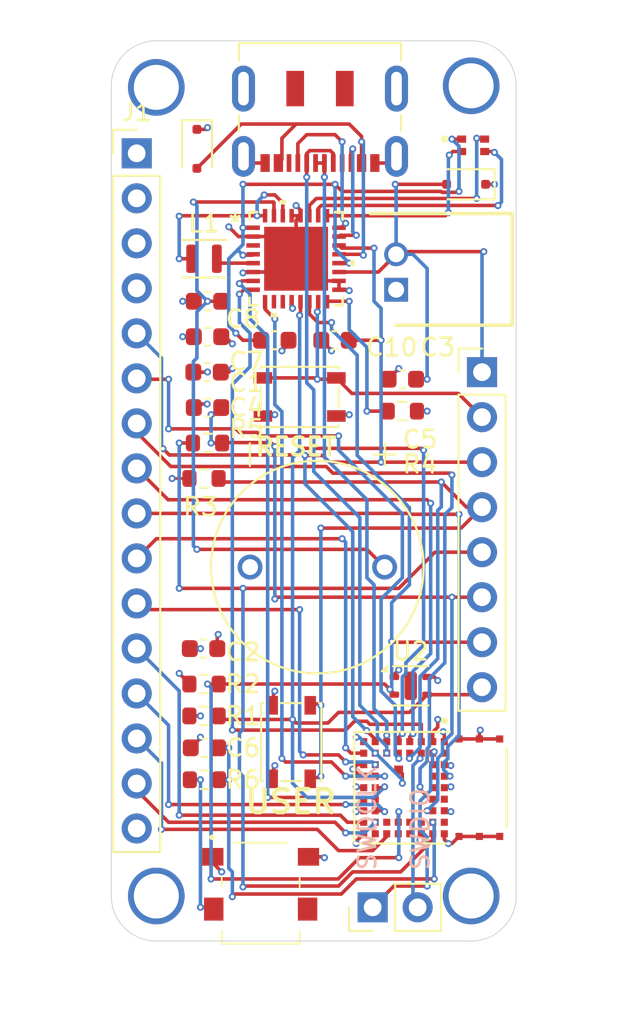
<source format=kicad_pcb>
(kicad_pcb (version 20240108) (generator "pcbnew") (generator_version "8.0")
  (layers (0 "F.Cu" signal) (1 "In1.Cu" signal) (2 "In2.Cu" signal) (31 "B.Cu" signal) (34 "B.Paste" user) (35 "F.Paste" user) (36 "B.SilkS" user "B.Silkscreen") (37 "F.SilkS" user "F.Silkscreen") (38 "B.Mask" user) (39 "F.Mask" user) (44 "Edge.Cuts" user))
  (net 0 "")
  (net 1 "/VTH")
  (net 2 "/RX")
  (net 3 "/MISO")
  (net 4 "/MOSI")
  (net 5 "/SCK")
  (net 6 "/IO17")
  (net 7 "/IO14")
  (net 8 "/IO25")
  (net 9 "/IO15")
  (net 10 "/IO16")
  (net 11 "/IO24")
  (net 12 "/SCL")
  (net 13 "/SDA")
  (net 14 "GND")
  (net 15 "3V3")
  (net 16 "VBUSOUT")
  (net 17 "/TX")
  (net 18 "/Door_IRQ")
  (net 19 "/LSOUT2")
  (net 20 "VSYS")
  (net 21 "VBUSIN")
  (net 22 "/D-")
  (net 23 "/D+")
  (net 24 "/CC2")
  (net 26 "/CC1")
  (net 28 "VBAT")
  (net 29 "/SWDCLK")
  (net 30 "/SWDIO")
  (net 31 "Net-(U4-SW2)")
  (net 32 "/LED1")
  (net 33 "/LED2")
  (net 34 "/LED0")
  (net 35 "Net-(U4-VSET2)")
  (net 36 "/VDD_TH")
  (net 37 "/SHPHLD")
  (net 39 "/GPIO0")
  (net 41 "Net-(SW1-B)")
  (net 48 "/GPIO1")
  (net 52 "/USER_BTN")
  (net 54 "/GPIO2")
  (footprint "Capacitor_SMD:C_0603_1608Metric" (layer "F.Cu") (at 137 96.8 180)
    (property "Reference" "C7")
    (property "Value" "0.1uF")
  )
  (footprint "Resistor_SMD:R_0603_1608Metric" (layer "F.Cu") (at 148 101)
    (property "Reference" "R4")
    (property "Value" "330K")
  )
  (footprint "Resistor_SMD:R_0603_1608Metric" (layer "F.Cu") (at 137 102.8)
    (property "Reference" "R5")
    (property "Value" "20K")
  )
  (footprint "ul_APHF1608LSEEQBDZGKC:APHF_KNB" (layer "F.Cu") (at 152 86)
    (property "Reference" "LED1" (hide yes))
    (property "Value" "APHF1608LSEEQBDZGKC")
  )
  (footprint "CL-DA-1BB4-A2T:CLDA1BB4A2T" (layer "F.Cu") (at 140 128.2 90)
    (property "Reference" "SW1" (hide yes))
    (property "Value" "SW_Push_SPDT" (hide yes))
  )
  (footprint "453-00059R:XCVR_453-00059R" (layer "F.Cu") (at 149.59 122.25 -90)
    (property "Reference" "U3" (hide yes))
    (property "Value" "453-00059R")
  )
  (footprint "Sensor_Humidity:Sensirion_DFN-4-1EP_2x2mm_P1mm_EP0.7x1.6mm" (layer "F.Cu") (at 148.475 116.5)
    (property "Reference" "U2")
    (property "Value" "SHTC3")
  )
  (footprint "Capacitor_SMD:C_0603_1608Metric" (layer "F.Cu") (at 137 100.8 180)
    (property "Reference" "C4")
    (property "Value" "100nF")
  )
  (footprint "Button_Switch_SMD:SW_SPST_PTS810" (layer "F.Cu") (at 141.725 119.675 90)
    (property "Reference" "SW3" (hide yes))
    (property "Value" "SW_Push")
  )
  (footprint "AI-1223-TWT-3V-2-R:XDCR_AI-1223-TWT-3V-2-R" (layer "F.Cu") (at 143.2 109.8 -90)
    (property "Reference" "LS1" (hide yes))
    (property "Value" "AI-1223-TWT-3V-2-R")
  )
  (footprint "Capacitor_SMD:C_0603_1608Metric" (layer "F.Cu") (at 136.825 120 180)
    (property "Reference" "C6")
    (property "Value" "100nF")
  )
  (footprint "ul_NPM1300-QEAA-R7:QFN32_5X5_NOR" (layer "F.Cu") (at 142 92.4)
    (property "Reference" "U4" (hide yes))
    (property "Value" "NPM1300-QEAA-R7")
  )
  (footprint "Diode_SMD:D_SOD-323F" (layer "F.Cu") (at 136.4 86.2 -90)
    (property "Reference" "D1" (hide yes))
    (property "Value" "D_TVS")
  )
  (footprint "Connector_PinHeader_2.54mm:PinHeader_1x16_P2.54mm_Vertical" (layer "F.Cu") (at 133 86.4511)
    (property "Reference" "J1")
    (property "Value" "Conn_01x16_Female")
  )
  (footprint "Capacitor_SMD:C_0603_1608Metric" (layer "F.Cu") (at 140.8 97)
    (property "Reference" "C10")
    (property "Value" "10uF")
  )
  (footprint "Diode_SMD:D_SOD-323F" (layer "F.Cu") (at 151.6 88.2 180)
    (property "Reference" "D2" (hide yes))
    (property "Value" "D_TVS")
  )
  (footprint "Capacitor_SMD:C_0603_1608Metric" (layer "F.Cu") (at 136.975 98.8 180)
    (property "Reference" "C1")
    (property "Value" "10uF")
  )
  (footprint "Capacitor_SMD:C_0603_1608Metric" (layer "F.Cu") (at 144.2 97 180)
    (property "Reference" "C3")
    (property "Value" "1uF")
  )
  (footprint "Capacitor_SMD:C_0603_1608Metric" (layer "F.Cu") (at 136.775 114.4)
    (property "Reference" "C2")
    (property "Value" "100nF")
  )
  (footprint "Capacitor_SMD:C_0603_1608Metric" (layer "F.Cu") (at 137 94.8 180)
    (property "Reference" "C8")
    (property "Value" "1uF")
  )
  (footprint "Resistor_SMD:R_0603_1608Metric" (layer "F.Cu") (at 136.8 116.4)
    (property "Reference" "R2")
    (property "Value" "10K")
  )
  (footprint "Capacitor_SMD:C_0603_1608Metric" (layer "F.Cu") (at 148 99.2 180)
    (property "Reference" "C5")
    (property "Value" "2.2uF")
  )
  (footprint "Resistor_SMD:R_0603_1608Metric" (layer "F.Cu") (at 136.8 104.8)
    (property "Reference" "R3")
    (property "Value" "10K")
  )
  (footprint "Button_Switch_SMD:SW_SPST_PTS810" (layer "F.Cu") (at 142.2 100.2 180)
    (property "Reference" "SW2" (hide yes))
    (property "Value" "SW_Push")
  )
  (footprint "Connector_USB:USB_C_Receptacle_JAE_DX07S016JA1R1500" (layer "F.Cu") (at 143.35 83.95 180)
    (property "Reference" "J2" (hide yes))
    (property "Value" "USB_C_Receptacle_USB2.0_16P")
  )
  (footprint "Inductor_SMD:L_Murata_DFE201610P" (layer "F.Cu") (at 136.8 92.4)
    (property "Reference" "L1")
    (property "Value" "2.2uH")
  )
  (footprint "Connector_PinHeader_2.54mm:PinHeader_1x08_P2.54mm_Vertical" (layer "F.Cu") (at 152.5 98.8)
    (property "Reference" "J6" (hide yes))
    (property "Value" "Conn_01x08_Pin")
  )
  (footprint "Connector_PinHeader_2.54mm:PinHeader_1x02_P2.54mm_Vertical" (layer "F.Cu") (at 146.325 129 90)
    (property "Reference" "J5" (hide yes))
    (property "Value" "Conn_01x02_Pin")
  )
  (footprint "jst:SHDRRA2W50P0X200_1X2_600X770X525P" (layer "F.Cu") (at 147.65 94.15 -90)
    (property "Reference" "J3" (hide yes))
    (property "Value" "440055-2" (hide yes))
  )
  (footprint "Resistor_SMD:R_0603_1608Metric" (layer "F.Cu") (at 136.825 121.8)
    (property "Reference" "R6")
    (property "Value" "200k")
  )
  (footprint "Resistor_SMD:R_0603_1608Metric" (layer "F.Cu") (at 136.8 118.2)
    (property "Reference" "R1")
    (property "Value" "10K")
  )
  (gr_arc (start 154.4264 128.3611) (mid 153.682451 130.157151) (end 151.8864 130.9011) (stroke (width 0.05)) (layer "Edge.Cuts"))
  (gr_line (start 154.4264 82.6411) (end 154.4264 128.3611) (stroke (width 0.05)) (layer "Edge.Cuts"))
  (gr_line (start 134.1064 80.1011) (end 151.8864 80.1011) (stroke (width 0.05)) (layer "Edge.Cuts"))
  (gr_line (start 151.8864 130.9011) (end 134.1064 130.9011) (stroke (width 0.05)) (layer "Edge.Cuts"))
  (gr_arc (start 151.8864 80.1011) (mid 153.682451 80.845049) (end 154.4264 82.6411) (stroke (width 0.05)) (layer "Edge.Cuts"))
  (gr_arc (start 134.1064 130.9011) (mid 132.310349 130.157151) (end 131.5664 128.3611) (stroke (width 0.05)) (layer "Edge.Cuts"))
  (gr_arc (start 131.5664 82.6411) (mid 132.310349 80.845049) (end 134.1064 80.1011) (stroke (width 0.05)) (layer "Edge.Cuts"))
  (gr_line (start 131.5664 128.3611) (end 131.5664 82.6411) (stroke (width 0.05)) (layer "Edge.Cuts"))
  (gr_text "SWDCLK" (at 146.6 127 90) (layer "B.SilkS") (effects (font (size 1 1)) (justify left bottom)))
  (gr_text "SWDIO" (at 149.6 127 90) (layer "B.SilkS") (effects (font (size 1 1)) (justify left bottom)))
  (gr_text "RESET" (at 139.6 103.6 0) (layer "F.SilkS") (effects (font (size 1 1) (thickness 0.2) (bold yes)) (justify left bottom)))
  (gr_text "USER" (at 139 123.8 0) (layer "F.SilkS") (effects (font (size 1.3 1.3) (thickness 0.25) (bold yes)) (justify left bottom)))
  (via (at 134.1064 128.3611) (size 3.2) (drill 2.54) (layers "F.Cu" "B.Cu") (net 0))
  (via (at 151.8864 128.3611) (size 3.2) (drill 2.54) (layers "F.Cu" "B.Cu") (net 0))
  (via (at 134.1064 82.73) (size 3.2) (drill 2.54) (layers "F.Cu" "B.Cu") (net 0))
  (via (at 151.8864 82.6411) (size 3.2) (drill 2.54) (layers "F.Cu" "B.Cu") (net 0))
  (segment (start 137.375 101.2) (end 137.775 100.8) (width 0.2) (layer "F.Cu") (net 1))
  (segment (start 138 102.775) (end 137.825 102.6) (width 0.2) (layer "F.Cu") (net 1))
  (segment (start 137.825 100.85) (end 137.775 100.8) (width 0.2) (layer "F.Cu") (net 1))
  (segment (start 140.9 111.5) (end 140.8 111.6) (width 0.2) (layer "F.Cu") (net 1))
  (segment (start 137.2 102.8) (end 137.825 102.8) (width 0.2) (layer "F.Cu") (net 1))
  (segment (start 140.8 103) (end 140.575 102.775) (width 0.2) (layer "F.Cu") (net 1))
  (segment (start 152.5 111.5) (end 140.9 111.5) (width 0.2) (layer "F.Cu") (net 1))
  (segment (start 137.2 101.2) (end 137.375 101.2) (width 0.2) (layer "F.Cu") (net 1))
  (segment (start 140.575 102.775) (end 138 102.775) (width 0.2) (layer "F.Cu") (net 1))
  (segment (start 149.4 123.55) (end 149.72 123.55) (width 0.2) (layer "F.Cu") (net 1))
  (via (at 150.8 111.5) (size 0.4) (drill 0.2) (layers "F.Cu" "B.Cu") (net 1))
  (via (at 140.8 111.6) (size 0.4) (drill 0.2) (layers "F.Cu" "B.Cu") (net 1))
  (via (at 149.4 123.55) (size 0.4) (drill 0.2) (layers "F.Cu" "B.Cu") (net 1))
  (via (at 140.8 103) (size 0.4) (drill 0.2) (layers "F.Cu" "B.Cu") (net 1))
  (via (at 137.2 102.8) (size 0.4) (drill 0.2) (layers "F.Cu" "B.Cu") (net 1))
  (via (at 137.2 101.2) (size 0.4) (drill 0.2) (layers "F.Cu" "B.Cu") (net 1))
  (segment (start 150.8 111.5) (end 150.8 119.2) (width 0.2) (layer "B.Cu") (net 1))
  (segment (start 150.269998 120.315688) (end 150 120.585686) (width 0.2) (layer "B.Cu") (net 1))
  (segment (start 140.8 111.6) (end 140.8 103) (width 0.2) (layer "B.Cu") (net 1))
  (segment (start 137.2 101.2) (end 137.2 102.8) (width 0.2) (layer "B.Cu") (net 1))
  (segment (start 150.8 119.2) (end 150.269998 119.730002) (width 0.2) (layer "B.Cu") (net 1))
  (segment (start 150 122.95) (end 149.4 123.55) (width 0.2) (layer "B.Cu") (net 1))
  (segment (start 150 120.585686) (end 150 122.95) (width 0.2) (layer "B.Cu") (net 1))
  (segment (start 150.269998 119.730002) (end 150.269998 120.315688) (width 0.2) (layer "B.Cu") (net 1))
  (segment (start 146.32 125.8) (end 147.12 125) (width 0.2) (layer "F.Cu") (net 2))
  (segment (start 144.4 125.8) (end 146.32 125.8) (width 0.2) (layer "F.Cu") (net 2))
  (segment (start 147.12 125) (end 147.12 124.85) (width 0.2) (layer "F.Cu") (net 2))
  (segment (start 143.2 124.6) (end 144.4 125.8) (width 0.2) (layer "F.Cu") (net 2))
  (segment (start 134.4 124.6) (end 143.2 124.6) (width 0.2) (layer "F.Cu") (net 2))
  (via (at 134.4 124.6) (size 0.4) (drill 0.2) (layers "F.Cu" "B.Cu") (net 2))
  (segment (start 134.4 120.8711) (end 133 119.4711) (width 0.2) (layer "B.Cu") (net 2))
  (segment (start 134.4 124.6) (end 134.4 120.8711) (width 0.2) (layer "B.Cu") (net 2))
  (segment (start 144.8 123.2) (end 134.8 123.2) (width 0.2) (layer "F.Cu") (net 3))
  (segment (start 147 123.6) (end 146.95 123.55) (width 0.2) (layer "F.Cu") (net 3))
  (segment (start 146.95 123.55) (end 146.47 123.55) (width 0.2) (layer "F.Cu") (net 3))
  (via (at 147 123.6) (size 0.4) (drill 0.2) (layers "F.Cu" "B.Cu") (net 3))
  (via (at 134.8 123.2) (size 0.4) (drill 0.2) (layers "F.Cu" "B.Cu") (net 3))
  (via (at 144.8 123.2) (size 0.4) (drill 0.2) (layers "F.Cu" "B.Cu") (net 3))
  (segment (start 146.6 123.2) (end 147 123.6) (width 0.2) (layer "B.Cu") (net 3))
  (segment (start 144.8 123.2) (end 146.6 123.2) (width 0.2) (layer "B.Cu") (net 3))
  (segment (start 134.8 123.2) (end 134.8 118.7311) (width 0.2) (layer "B.Cu") (net 3))
  (segment (start 134.8 118.7311) (end 133 116.9311) (width 0.2) (layer "B.Cu") (net 3))
  (segment (start 145.82 124.2) (end 145.4 124.2) (width 0.2) (layer "F.Cu") (net 4))
  (segment (start 144.5 123.8) (end 144.9 124.2) (width 0.2) (layer "F.Cu") (net 4))
  (segment (start 135.4 123.8) (end 144.5 123.8) (width 0.2) (layer "F.Cu") (net 4))
  (segment (start 144.9 124.2) (end 145.4 124.2) (width 0.2) (layer "F.Cu") (net 4))
  (via (at 135.4 123.8) (size 0.4) (drill 0.2) (layers "F.Cu" "B.Cu") (net 4))
  (segment (start 135.4 116.7911) (end 135.4 123.8) (width 0.2) (layer "B.Cu") (net 4))
  (segment (start 133 114.3911) (end 135.4 116.7911) (width 0.2) (layer "B.Cu") (net 4))
  (segment (start 142.4 120.4) (end 144.4 120.4) (width 0.2) (layer "F.Cu") (net 5))
  (segment (start 144.4 120.4) (end 144.8 120.8) (width 0.2) (layer "F.Cu") (net 5))
  (segment (start 133.3489 112.2) (end 142.2 112.2) (width 0.2) (layer "F.Cu") (net 5))
  (segment (start 133 111.8511) (end 133.3489 112.2) (width 0.2) (layer "F.Cu") (net 5))
  (via (at 142.4 120.4) (size 0.4) (drill 0.2) (layers "F.Cu" "B.Cu") (net 5))
  (via (at 144.8 120.8) (size 0.4) (drill 0.2) (layers "F.Cu" "B.Cu") (net 5))
  (via (at 142.2 112.2) (size 0.4) (drill 0.2) (layers "F.Cu" "B.Cu") (net 5))
  (via (at 146.47 120.95) (size 0.4) (drill 0.2) (layers "F.Cu" "B.Cu") (net 5))
  (segment (start 146.47 120.95) (end 146.32 120.8) (width 0.2) (layer "B.Cu") (net 5))
  (segment (start 142.2 120.2) (end 142.2 112.2) (width 0.2) (layer "B.Cu") (net 5))
  (segment (start 142.4 120.4) (end 142.2 120.2) (width 0.2) (layer "B.Cu") (net 5))
  (segment (start 146.32 120.8) (end 144.8 120.8) (width 0.2) (layer "B.Cu") (net 5))
  (segment (start 134.7689 106) (end 133 104.2311) (width 0.2) (layer "F.Cu") (net 6))
  (segment (start 149.4 106) (end 134.7689 106) (width 0.2) (layer "F.Cu") (net 6))
  (segment (start 148.6 119.2) (end 148.42 119.38) (width 0.2) (layer "F.Cu") (net 6))
  (segment (start 148.42 119.38) (end 148.42 119.65) (width 0.2) (layer "F.Cu") (net 6))
  (segment (start 149.6 106.2) (end 149.4 106) (width 0.2) (layer "F.Cu") (net 6))
  (via (at 149.6 106.2) (size 0.4) (drill 0.2) (layers "F.Cu" "B.Cu") (net 6))
  (via (at 148.6 119.2) (size 0.4) (drill 0.2) (layers "F.Cu" "B.Cu") (net 6))
  (segment (start 149.6 114.675736) (end 148.6 115.675736) (width 0.2) (layer "B.Cu") (net 6))
  (segment (start 148.6 115.675736) (end 148.6 119.2) (width 0.2) (layer "B.Cu") (net 6))
  (segment (start 149.6 106.2) (end 149.6 114.675736) (width 0.2) (layer "B.Cu") (net 6))
  (segment (start 142.334314 103.1) (end 141.959314 103.475) (width 0.2) (layer "F.Cu") (net 7))
  (segment (start 149.1 103.1) (end 142.334314 103.1) (width 0.2) (layer "F.Cu") (net 7))
  (segment (start 147.77 119.65) (end 147.77 119.43) (width 0.2) (layer "F.Cu") (net 7))
  (segment (start 147.77 119.43) (end 148 119.2) (width 0.2) (layer "F.Cu") (net 7))
  (segment (start 149.2 103.2) (end 149.1 103.1) (width 0.2) (layer "F.Cu") (net 7))
  (segment (start 134.840686 103.475) (end 134.482843 103.117157) (width 0.2) (layer "F.Cu") (net 7))
  (segment (start 141.959314 103.475) (end 134.840686 103.475) (width 0.2) (layer "F.Cu") (net 7))
  (via (at 148 119.2) (size 0.4) (drill 0.2) (layers "F.Cu" "B.Cu") (net 7))
  (via (at 134.482843 103.117157) (size 0.4) (drill 0.2) (layers "F.Cu" "B.Cu") (net 7))
  (via (at 149.2 103.2) (size 0.4) (drill 0.2) (layers "F.Cu" "B.Cu") (net 7))
  (segment (start 149.2 103.2) (end 149.2 114.2) (width 0.2) (layer "B.Cu") (net 7))
  (segment (start 134.4 103.034314) (end 134.4 98.0111) (width 0.2) (layer "B.Cu") (net 7))
  (segment (start 148.2 115.2) (end 148.2 115.8) (width 0.2) (layer "B.Cu") (net 7))
  (segment (start 134.4 98.0111) (end 133 96.6111) (width 0.2) (layer "B.Cu") (net 7))
  (segment (start 148 116) (end 148 119.2) (width 0.2) (layer "B.Cu") (net 7))
  (segment (start 148.2 115.8) (end 148 116) (width 0.2) (layer "B.Cu") (net 7))
  (segment (start 134.482843 103.117157) (end 134.4 103.034314) (width 0.2) (layer "B.Cu") (net 7))
  (segment (start 149.2 114.2) (end 148.2 115.2) (width 0.2) (layer "B.Cu") (net 7))
  (segment (start 144.8 120) (end 145.1 120.3) (width 0.2) (layer "F.Cu") (net 8))
  (segment (start 134.1111 108.2) (end 133 109.3111) (width 0.2) (layer "F.Cu") (net 8))
  (segment (start 144.6 108.2) (end 134.1111 108.2) (width 0.2) (layer "F.Cu") (net 8))
  (segment (start 145.1 120.3) (end 145.82 120.3) (width 0.2) (layer "F.Cu") (net 8))
  (via (at 144.8 120) (size 0.4) (drill 0.2) (layers "F.Cu" "B.Cu") (net 8))
  (via (at 144.6 108.2) (size 0.4) (drill 0.2) (layers "F.Cu" "B.Cu") (net 8))
  (segment (start 144.8 120) (end 144.8 108.4) (width 0.2) (layer "B.Cu") (net 8))
  (segment (start 144.8 108.4) (end 144.6 108.2) (width 0.2) (layer "B.Cu") (net 8))
  (segment (start 147.77 120.57) (end 147.8 120.6) (width 0.2) (layer "F.Cu") (net 9))
  (segment (start 140 102.4) (end 139.8 102.2) (width 0.2) (layer "F.Cu") (net 9))
  (segment (start 144.4 102.4) (end 140 102.4) (width 0.2) (layer "F.Cu") (net 9))
  (segment (start 138.6 102) (end 134.8 102) (width 0.2) (layer "F.Cu") (net 9))
  (segment (start 139.8 102.2) (end 138.8 102.2) (width 0.2) (layer "F.Cu") (net 9))
  (segment (start 133.0489 99.2) (end 133 99.1511) (width 0.2) (layer "F.Cu") (net 9))
  (segment (start 134.8 99.2) (end 133.0489 99.2) (width 0.2) (layer "F.Cu") (net 9))
  (segment (start 147.77 120.3) (end 147.77 120.57) (width 0.2) (layer "F.Cu") (net 9))
  (segment (start 138.8 102.2) (end 138.6 102) (width 0.2) (layer "F.Cu") (net 9))
  (via (at 134.8 99.2) (size 0.4) (drill 0.2) (layers "F.Cu" "B.Cu") (net 9))
  (via (at 144.4 102.4) (size 0.4) (drill 0.2) (layers "F.Cu" "B.Cu") (net 9))
  (via (at 134.8 102) (size 0.4) (drill 0.2) (layers "F.Cu" "B.Cu") (net 9))
  (via (at 147.8 120.6) (size 0.4) (drill 0.2) (layers "F.Cu" "B.Cu") (net 9))
  (segment (start 146.8 116.8) (end 146.8 111.6) (width 0.2) (layer "B.Cu") (net 9))
  (segment (start 146.8 111.6) (end 148 110.4) (width 0.2) (layer "B.Cu") (net 9))
  (segment (start 148 110.4) (end 148 106.8) (width 0.2) (layer "B.Cu") (net 9))
  (segment (start 144.4 103.2) (end 144.4 102.4) (width 0.2) (layer "B.Cu") (net 9))
  (segment (start 134.8 102) (end 134.8 99.2) (width 0.2) (layer "B.Cu") (net 9))
  (segment (start 147.6 117.6) (end 146.8 116.8) (width 0.2) (layer "B.Cu") (net 9))
  (segment (start 148 106.8) (end 144.4 103.2) (width 0.2) (layer "B.Cu") (net 9))
  (segment (start 147.8 120.6) (end 147.6 120.4) (width 0.2) (layer "B.Cu") (net 9))
  (segment (start 147.6 120.4) (end 147.6 117.6) (width 0.2) (layer "B.Cu") (net 9))
  (segment (start 133 102.2) (end 133 101.6911) (width 0.2) (layer "F.Cu") (net 10))
  (segment (start 143.700736 104.125) (end 134.925 104.125) (width 0.2) (layer "F.Cu") (net 10))
  (segment (start 150.7 104.5) (end 144.075736 104.5) (width 0.2) (layer "F.Cu") (net 10))
  (segment (start 134.925 104.125) (end 133 102.2) (width 0.2) (layer "F.Cu") (net 10))
  (segment (start 149 122.33) (end 149.57 122.9) (width 0.2) (layer "F.Cu") (net 10))
  (segment (start 149.57 122.9) (end 149.72 122.9) (width 0.2) (layer "F.Cu") (net 10))
  (segment (start 149 122.2) (end 149 122.33) (width 0.2) (layer "F.Cu") (net 10))
  (segment (start 144.075736 104.5) (end 143.700736 104.125) (width 0.2) (layer "F.Cu") (net 10))
  (segment (start 150.8 104.6) (end 150.7 104.5) (width 0.2) (layer "F.Cu") (net 10))
  (via (at 149 122.2) (size 0.4) (drill 0.2) (layers "F.Cu" "B.Cu") (net 10))
  (via (at 150.8 104.6) (size 0.4) (drill 0.2) (layers "F.Cu" "B.Cu") (net 10))
  (segment (start 149.4 120.054314) (end 149.4 120.765686) (width 0.2) (layer "B.Cu") (net 10))
  (segment (start 150.4 115.2) (end 149.527157 116.072843) (width 0.2) (layer "B.Cu") (net 10))
  (segment (start 149.527157 116.072843) (end 149.527157 119.927157) (width 0.2) (layer "B.Cu") (net 10))
  (segment (start 149 121.165686) (end 149 122.2) (width 0.2) (layer "B.Cu") (net 10))
  (segment (start 150.8 104.6) (end 150.8 106.433579) (width 0.2) (layer "B.Cu") (net 10))
  (segment (start 149.527157 119.927157) (end 149.4 120.054314) (width 0.2) (layer "B.Cu") (net 10))
  (segment (start 150.8 106.433579) (end 150.4 106.833579) (width 0.2) (layer "B.Cu") (net 10))
  (segment (start 149.4 120.765686) (end 149 121.165686) (width 0.2) (layer "B.Cu") (net 10))
  (segment (start 150.4 106.833579) (end 150.4 115.2) (width 0.2) (layer "B.Cu") (net 10))
  (segment (start 150.37 121.6) (end 150.69 121.6) (width 0.2) (layer "F.Cu") (net 11))
  (segment (start 148.454314 106.82) (end 148.405414 106.7711) (width 0.2) (layer "F.Cu") (net 11))
  (segment (start 151.2 106.82) (end 148.454314 106.82) (width 0.2) (layer "F.Cu") (net 11))
  (segment (start 148.405414 106.7711) (end 133 106.7711) (width 0.2) (layer "F.Cu") (net 11))
  (via (at 150.69 121.6) (size 0.4) (drill 0.2) (layers "F.Cu" "B.Cu") (net 11))
  (via (at 151.2 106.82) (size 0.4) (drill 0.2) (layers "F.Cu" "B.Cu") (net 11))
  (segment (start 150.569998 120.604316) (end 150.34 120.834314) (width 0.2) (layer "B.Cu") (net 11))
  (segment (start 151.2 106.82) (end 151.2 119.349289) (width 0.2) (layer "B.Cu") (net 11))
  (segment (start 150.34 121.25) (end 150.69 121.6) (width 0.2) (layer "B.Cu") (net 11))
  (segment (start 151.149289 119.349289) (end 150.569998 119.92858) (width 0.2) (layer "B.Cu") (net 11))
  (segment (start 151.2 119.349289) (end 151.149289 119.349289) (width 0.2) (layer "B.Cu") (net 11))
  (segment (start 150.569998 119.92858) (end 150.569998 120.604316) (width 0.2) (layer "B.Cu") (net 11))
  (segment (start 150.34 120.834314) (end 150.34 121.25) (width 0.2) (layer "B.Cu") (net 11))
  (segment (start 147.55 116.952488) (end 147.55 117) (width 0.2) (layer "F.Cu") (net 12))
  (segment (start 145.575736 126.2) (end 144.375736 127.4) (width 0.2) (layer "F.Cu") (net 12))
  (segment (start 147.8 126.2) (end 145.575736 126.2) (width 0.2) (layer "F.Cu") (net 12))
  (segment (start 147.298756 116.701244) (end 147.55 116.952488) (width 0.2) (layer "F.Cu") (net 12))
  (segment (start 146.997512 116.4) (end 137 116.4) (width 0.2) (layer "F.Cu") (net 12))
  (segment (start 147.77 124.2) (end 147.77 123.63) (width 0.2) (layer "F.Cu") (net 12))
  (segment (start 147.4 114) (end 147.44 114.04) (width 0.2) (layer "F.Cu") (net 12))
  (segment (start 142.750001 95.515687) (end 143.234314 96) (width 0.2) (layer "F.Cu") (net 12))
  (segment (start 144.375736 127.4) (end 137.2 127.4) (width 0.2) (layer "F.Cu") (net 12))
  (segment (start 147.298756 116.701244) (end 146.997512 116.4) (width 0.2) (layer "F.Cu") (net 12))
  (segment (start 143.234314 96) (end 144 96) (width 0.2) (layer "F.Cu") (net 12))
  (segment (start 142.750001 94.8257) (end 142.750001 95.515687) (width 0.2) (layer "F.Cu") (net 12))
  (segment (start 147.77 123.63) (end 147.8 123.6) (width 0.2) (layer "F.Cu") (net 12))
  (segment (start 147.44 114.04) (end 152.5 114.04) (width 0.2) (layer "F.Cu") (net 12))
  (via (at 147.298756 116.701244) (size 0.4) (drill 0.2) (layers "F.Cu" "B.Cu") (net 12))
  (via (at 147.8 126.2) (size 0.4) (drill 0.2) (layers "F.Cu" "B.Cu") (net 12))
  (via (at 147.8 123.6) (size 0.4) (drill 0.2) (layers "F.Cu" "B.Cu") (net 12))
  (via (at 144 96) (size 0.4) (drill 0.2) (layers "F.Cu" "B.Cu") (net 12))
  (via (at 147.4 114) (size 0.4) (drill 0.2) (layers "F.Cu" "B.Cu") (net 12))
  (via (at 137.2 127.4) (size 0.4) (drill 0.2) (layers "F.Cu" "B.Cu") (net 12))
  (via (at 137 116.4) (size 0.4) (drill 0.2) (layers "F.Cu" "B.Cu") (net 12))
  (segment (start 147.8 126.2) (end 147.8 123.6) (width 0.2) (layer "B.Cu") (net 12))
  (segment (start 147.4 114) (end 147.4 111.8) (width 0.2) (layer "B.Cu") (net 12))
  (segment (start 147.298756 116.701244) (end 147.4 116.6) (width 0.2) (layer "B.Cu") (net 12))
  (segment (start 137 116.4) (end 137.2 116.6) (width 0.2) (layer "B.Cu") (net 12))
  (segment (start 147.4 111.8) (end 148.4 110.8) (width 0.2) (layer "B.Cu") (net 12))
  (segment (start 145.45 97.84598) (end 144 96.39598) (width 0.2) (layer "B.Cu") (net 12))
  (segment (start 148.4 110.8) (end 148.4 106.445686) (width 0.2) (layer "B.Cu") (net 12))
  (segment (start 148.4 106.445686) (end 145.45 103.495686) (width 0.2) (layer "B.Cu") (net 12))
  (segment (start 147.4 116.6) (end 147.4 114) (width 0.2) (layer "B.Cu") (net 12))
  (segment (start 145.45 103.495686) (end 145.45 97.84598) (width 0.2) (layer "B.Cu") (net 12))
  (segment (start 137.2 116.6) (end 137.2 127.4) (width 0.2) (layer "B.Cu") (net 12))
  (segment (start 144 96.39598) (end 144 96) (width 0.2) (layer "B.Cu") (net 12))
  (segment (start 148.4 118) (end 144.4 118) (width 0.2) (layer "F.Cu") (net 13))
  (segment (start 137.825 118.4) (end 137.625 118.2) (width 0.2) (layer "F.Cu") (net 13))
  (segment (start 142.25 94.8257) (end 142.25 95.55) (width 0.2) (layer "F.Cu") (net 13))
  (segment (start 149.4 117) (end 148.4 118) (width 0.2) (layer "F.Cu") (net 13))
  (segment (start 144.4 118) (end 143.8 118.6) (width 0.2) (layer "F.Cu") (net 13))
  (segment (start 142.25 95.55) (end 142.2 95.6) (width 0.2) (layer "F.Cu") (net 13))
  (segment (start 141.8 118.4) (end 137.825 118.4) (width 0.2) (layer "F.Cu") (net 13))
  (segment (start 143.8 118.6) (end 142 118.6) (width 0.2) (layer "F.Cu") (net 13))
  (segment (start 152.08 117) (end 152.5 116.58) (width 0.2) (layer "F.Cu") (net 13))
  (segment (start 142 118.6) (end 141.8 118.4) (width 0.2) (layer "F.Cu") (net 13))
  (segment (start 149.4 117) (end 152.08 117) (width 0.2) (layer "F.Cu") (net 13))
  (segment (start 147 122.2) (end 146.95 122.25) (width 0.2) (layer "F.Cu") (net 13))
  (segment (start 146.95 122.25) (end 146.47 122.25) (width 0.2) (layer "F.Cu") (net 13))
  (via (at 141.8 118.4) (size 0.4) (drill 0.2) (layers "F.Cu" "B.Cu") (net 13))
  (via (at 147 122.2) (size 0.4) (drill 0.2) (layers "F.Cu" "B.Cu") (net 13))
  (via (at 142.2 95.6) (size 0.4) (drill 0.2) (layers "F.Cu" "B.Cu") (net 13))
  (segment (start 146.4 122.8) (end 147 122.2) (width 0.2) (layer "B.Cu") (net 13))
  (segment (start 142.2 103.234314) (end 142.2 95.6) (width 0.2) (layer "B.Cu") (net 13))
  (segment (start 141.8 122) (end 142.6 122.8) (width 0.2) (layer "B.Cu") (net 13))
  (segment (start 141.8 118.4) (end 141.8 122) (width 0.2) (layer "B.Cu") (net 13))
  (segment (start 142.6 122.8) (end 146.4 122.8) (width 0.2) (layer "B.Cu") (net 13))
  (segment (start 141.8 103.634314) (end 142.2 103.234314) (width 0.2) (layer "B.Cu") (net 13))
  (segment (start 141.8 118.4) (end 141.8 103.634314) (width 0.2) (layer "B.Cu") (net 13))
  (segment (start 140.725 117.525) (end 140.725 116.875) (width 0.2) (layer "F.Cu") (net 14))
  (segment (start 150.37 123.55) (end 150.69 123.55) (width 0.2) (layer "F.Cu") (net 14))
  (segment (start 141.75 89.9743) (end 142.25 89.9743) (width 0.2) (layer "F.Cu") (net 14))
  (segment (start 145.57 119.4) (end 145.82 119.65) (width 0.2) (layer "F.Cu") (net 14))
  (segment (start 136.2 98.8) (end 136.990566 98.8) (width 0.2) (layer "F.Cu") (net 14))
  (segment (start 142 92.4) (end 141.249999 93.150001) (width 0.2) (layer "F.Cu") (net 14))
  (segment (start 148.825 101) (end 149.4 101) (width 0.2) (layer "F.Cu") (net 14))
  (segment (start 137.8 127) (end 137.3 126.5) (width 0.2) (layer "F.Cu") (net 14))
  (segment (start 152.35 119.05) (end 152.4 119) (width 0.2) (layer "F.Cu") (net 14))
  (segment (start 145.82 122.25) (end 145.45 122.25) (width 0.2) (layer "F.Cu") (net 14))
  (segment (start 136.4 85.1) (end 136.9 85.1) (width 0.2) (layer "F.Cu") (net 14))
  (segment (start 150.69 122.25) (end 150.74 122.2) (width 0.2) (layer "F.Cu") (net 14))
  (segment (start 150.308031 119.089496) (end 150.37 119.151465) (width 0.2) (layer "F.Cu") (net 14))
  (segment (start 144 97.575) (end 143.425 97) (width 0.2) (layer "F.Cu") (net 14))
  (segment (start 142 92.4) (end 142 90.2243) (width 0.2) (layer "F.Cu") (net 14))
  (segment (start 140.25 87) (end 139.405 87) (width 0.2) (layer "F.Cu") (net 14))
  (segment (start 141.2 97.6) (end 141.575 97.225) (width 0.2) (layer "F.Cu") (net 14))
  (segment (start 136.9 85.1) (end 137 85) (width 0.2) (layer "F.Cu") (net 14))
  (segment (start 150.37 122.25) (end 150.69 122.25) (width 0.2) (layer "F.Cu") (net 14))
  (segment (start 144.4257 93.65) (end 144.4257 94.149999) (width 0.2) (layer "F.Cu") (net 14))
  (segment (start 137.3 126.5) (end 137.3 126.15) (width 0.2) (layer "F.Cu") (net 14))
  (segment (start 145.4 125.27) (end 145.82 124.85) (width 0.2) (layer "F.Cu") (net 14))
  (segment (start 139.5743 93.150001) (end 139.049999 93.150001) (width 0.2) (layer "F.Cu") (net 14))
  (segment (start 142 92.4) (end 143.2 93.6) (width 0.2) (layer "F.Cu") (net 14))
  (segment (start 140.725 101.275) (end 140.8 101.2) (width 0.2) (layer "F.Cu") (net 14))
  (segment (start 139.405 87) (end 139.03 86.625) (width 0.2) (layer "F.Cu") (net 14))
  (segment (start 142.25 89.65) (end 142 89.4) (width 0.2) (layer "F.Cu") (net 14))
  (segment (start 149.4 116) (end 149.8 116) (width 0.2) (layer "F.Cu") (net 14))
  (segment (start 136.6 119.45) (end 136.05 120) (width 0.2) (layer "F.Cu") (net 14))
  (segment (start 144.4257 94.149999) (end 144.949999 94.149999) (width 0.2) (layer "F.Cu") (net 14))
  (segment (start 142.25 89.9743) (end 142.25 89.65) (width 0.2) (layer "F.Cu") (net 14))
  (segment (start 152.7 88.2) (end 153.2 88.2) (width 0.2) (layer "F.Cu") (net 14))
  (segment (start 148 122) (end 148 121.46) (width 0.2) (layer "F.Cu") (net 14))
  (segment (start 139.049999 93.150001) (end 139 93.2) (width 0.2) (layer "F.Cu") (net 14))
  (segment (start 145 101.2) (end 144.35 101.2) (width 0.2) (layer "F.Cu") (net 14))
  (segment (start 136.425 100.6) (end 136.225 100.8) (width 0.2) (layer "F.Cu") (net 14))
  (segment (start 150.8 125.4) (end 151.2 125) (width 0.2) (layer "F.Cu") (net 14))
  (segment (start 144.35 101.2) (end 144.275 101.275) (width 0.2) (layer "F.Cu") (net 14))
  (segment (start 145.45 122.25) (end 145.4 122.2) (width 0.2) (layer "F.Cu") (net 14))
  (segment (start 151.2 119.5) (end 153.5 119.5) (width 0.2) (layer "F.Cu") (net 14))
  (segment (start 144 97.6) (end 144 97.575) (width 0.2) (layer "F.Cu") (net 14))
  (segment (start 141.575 97.225) (end 141.575 97) (width 0.2) (layer "F.Cu") (net 14))
  (segment (start 145.4 125.4) (end 145.4 125.27) (width 0.2) (layer "F.Cu") (net 14))
  (segment (start 147.295 87) (end 147.67 86.625) (width 0.2) (layer "F.Cu") (net 14))
  (segment (start 143.4 93.6) (end 143.45 93.65) (width 0.2) (layer "F.Cu") (net 14))
  (segment (start 151.2 125) (end 153.5 125) (width 0.2) (layer "F.Cu") (net 14))
  (segment (start 136.225 96.8) (end 135.6 96.8) (width 0.2) (layer "F.Cu") (net 14))
  (segment (start 136.976392 100.6) (end 136.425 100.6) (width 0.2) (layer "F.Cu") (net 14))
  (segment (start 137.55 114.4) (end 137.55 113.65) (width 0.2) (layer "F.Cu") (net 14))
  (segment (start 150.37 120.95) (end 150.69 120.95) (width 0.2) (layer "F.Cu") (net 14))
  (segment (start 150.37 125.17) (end 150.37 124.85) (width 0.2) (layer "F.Cu") (net 14))
  (segment (start 150.6 125.4) (end 150.8 125.4) (width 0.2) (layer "F.Cu") (net 14))
  (segment (start 137.55 113.65) (end 137.6 113.6) (width 0.2) (layer "F.Cu") (net 14))
  (segment (start 150.37 119.151465) (end 150.37 119.65) (width 0.2) (layer "F.Cu") (net 14))
  (segment (start 150.69 123.55) (end 150.74 123.6) (width 0.2) (layer "F.Cu") (net 14))
  (segment (start 143.45 93.65) (end 144.4257 93.65) (width 0.2) (layer "F.Cu") (net 14))
  (segment (start 150.6 125.4) (end 150.37 125.17) (width 0.2) (layer "F.Cu") (net 14))
  (segment (start 136.990566 98.8) (end 137 98.790566) (width 0.2) (layer "F.Cu") (net 14))
  (segment (start 149.8 116) (end 150 116.2) (width 0.2) (layer "F.Cu") (net 14))
  (segment (start 146.45 87) (end 147.295 87) (width 0.2) (layer "F.Cu") (net 14))
  (segment (start 142 90.2243) (end 142.25 89.9743) (width 0.2) (layer "F.Cu") (net 14))
  (segment (start 152.35 119.5) (end 152.35 119.05) (width 0.2) (layer "F.Cu") (net 14))
  (segment (start 139.5743 91.15) (end 139.05 91.15) (width 0.2) (layer "F.Cu") (net 14))
  (segment (start 143.2 93.6) (end 143.4 93.6) (width 0.2) (layer "F.Cu") (net 14))
  (segment (start 145.45 123.55) (end 145.82 123.55) (width 0.2) (layer "F.Cu") (net 14))
  (segment (start 148 121.46) (end 147.79 121.25) (width 0.2) (layer "F.Cu") (net 14))
  (segment (start 136.6 119.4) (end 136.6 119.45) (width 0.2) (layer "F.Cu") (net 14))
  (segment (start 140.75 91.15) (end 139.5743 91.15) (width 0.2) (layer "F.Cu") (net 14))
  (segment (start 140.125 101.275) (end 140.725 101.275) (width 0.2) (layer "F.Cu") (net 14))
  (segment (start 141.249999 93.150001) (end 139.5743 93.150001) (width 0.2) (layer "F.Cu") (net 14))
  (segment (start 144.949999 94.149999) (end 145 94.2) (width 0.2) (layer "F.Cu") (net 14))
  (segment (start 138.75 91.15) (end 138.2 90.6) (width 0.2) (layer "F.Cu") (net 14))
  (segment (start 150.69 120.95) (end 150.74 121) (width 0.2) (layer "F.Cu") (net 14))
  (segment (start 136.225 94.8) (end 135.6 94.8) (width 0.2) (layer "F.Cu") (net 14))
  (segment (start 140.725 121.075) (end 140.8 121) (width 0.2) (layer "F.Cu") (net 14))
  (segment (start 149.07 125.13) (end 149 125.2) (width 0.2) (layer "F.Cu") (net 14))
  (segment (start 147.225 99.175) (end 147.8 98.6) (width 0.2) (layer "F.Cu") (net 14))
  (segment (start 140.725 116.875) (end 140.8 116.8) (width 0.2) (layer "F.Cu") (net 14))
  (segment (start 149.07 124.85) (end 149.07 125.13) (width 0.2) (layer "F.Cu") (net 14))
  (segment (start 145.4 123.6) (end 145.45 123.55) (width 0.2) (layer "F.Cu") (net 14))
  (segment (start 145.4 119.4) (end 145.57 119.4) (width 0.2) (layer "F.Cu") (net 14))
  (segment (start 142 92.4) (end 140.75 91.15) (width 0.2) (layer "F.Cu") (net 14))
  (segment (start 140.725 121.675) (end 140.725 121.075) (width 0.2) (layer "F.Cu") (net 14))
  (segment (start 147.225 99.2) (end 147.225 99.175) (width 0.2) (layer "F.Cu") (net 14))
  (segment (start 139.05 91.15) (end 138.75 91.15) (width 0.2) (layer "F.Cu") (net 14))
  (via (at 142 89.4) (size 0.4) (drill 0.2) (layers "F.Cu" "B.Cu") (net 14))
  (via (at 136.976392 100.6) (size 0.4) (drill 0.2) (layers "F.Cu" "B.Cu") (net 14))
  (via (at 148 122) (size 0.4) (drill 0.2) (layers "F.Cu" "B.Cu") (net 14))
  (via (at 136.6 119.4) (size 0.4) (drill 0.2) (layers "F.Cu" "B.Cu") (net 14))
  (via (at 144 97.6) (size 0.4) (drill 0.2) (layers "F.Cu" "B.Cu") (net 14))
  (via (at 141.2 97.6) (size 0.4) (drill 0.2) (layers "F.Cu" "B.Cu") (net 14))
  (via (at 150.6 125.4) (size 0.4) (drill 0.2) (layers "F.Cu" "B.Cu") (net 14))
  (via (at 137 85) (size 0.4) (drill 0.2) (layers "F.Cu" "B.Cu") (net 14))
  (via (at 140.8 116.8) (size 0.4) (drill 0.2) (layers "F.Cu" "B.Cu") (net 14))
  (via (at 150.308031 119.089496) (size 0.4) (drill 0.2) (layers "F.Cu" "B.Cu") (net 14))
  (via (at 149.4 101) (size 0.4) (drill 0.2) (layers "F.Cu" "B.Cu") (net 14))
  (via (at 150 116.2) (size 0.4) (drill 0.2) (layers "F.Cu" "B.Cu") (net 14))
  (via (at 137 98.790566) (size 0.4) (drill 0.2) (layers "F.Cu" "B.Cu") (net 14))
  (via (at 137.6 113.6) (size 0.4) (drill 0.2) (layers "F.Cu" "B.Cu") (net 14))
  (via (at 137.8 127) (size 0.4) (drill 0.2) (layers "F.Cu" "B.Cu") (net 14))
  (via (at 150.74 123.6) (size 0.4) (drill 0.2) (layers "F.Cu" "B.Cu") (net 14))
  (via (at 135.6 96.8) (size 0.4) (drill 0.2) (layers "F.Cu" "B.Cu") (net 14))
  (via (at 150.74 121) (size 0.4) (drill 0.2) (layers "F.Cu" "B.Cu") (net 14))
  (via (at 150.74 122.2) (size 0.4) (drill 0.2) (layers "F.Cu" "B.Cu") (net 14))
  (via (at 145.4 123.6) (size 0.4) (drill 0.2) (layers "F.Cu" "B.Cu") (net 14))
  (via (at 149 125.2) (size 0.4) (drill 0.2) (layers "F.Cu" "B.Cu") (net 14))
  (via (at 140.8 121) (size 0.4) (drill 0.2) (layers "F.Cu" "B.Cu") (net 14))
  (via (at 135.6 94.8) (size 0.4) (drill 0.2) (layers "F.Cu" "B.Cu") (net 14))
  (via (at 140.8 101.2) (size 0.4) (drill 0.2) (layers "F.Cu" "B.Cu") (net 14))
  (via (at 145.4 122.2) (size 0.4) (drill 0.2) (layers "F.Cu" "B.Cu") (net 14))
  (via (at 145 94.2) (size 0.4) (drill 0.2) (layers "F.Cu" "B.Cu") (net 14))
  (via (at 145.4 125.4) (size 0.4) (drill 0.2) (layers "F.Cu" "B.Cu") (net 14))
  (via (at 147.8 98.6) (size 0.4) (drill 0.2) (layers "F.Cu" "B.Cu") (net 14))
  (via (at 153.2 88.2) (size 0.4) (drill 0.2) (layers "F.Cu" "B.Cu") (net 14))
  (via (at 139 93.2) (size 0.4) (drill 0.2) (layers "F.Cu" "B.Cu") (net 14))
  (via (at 145.4 119.4) (size 0.4) (drill 0.2) (layers "F.Cu" "B.Cu") (net 14))
  (via (at 146.47 120.3) (size 0.4) (drill 0.2) (layers "F.Cu" "B.Cu") (net 14))
  (via (at 152.4 119) (size 0.4) (drill 0.2) (layers "F.Cu" "B.Cu") (net 14))
  (via (at 145 101.2) (size 0.4) (drill 0.2) (layers "F.Cu" "B.Cu") (net 14))
  (via (at 138.2 90.6) (size 0.4) (drill 0.2) (layers "F.Cu" "B.Cu") (net 14))
  (segment (start 145.4 119.4) (end 145.57 119.4) (width 0.2) (layer "B.Cu") (net 14))
  (segment (start 145.57 119.4) (end 146.47 120.3) (width 0.2) (layer "B.Cu") (net 14))
  (segment (start 148 121.8) (end 148 122) (width 0.2) (layer "B.Cu") (net 14))
  (segment (start 146.5 120.3) (end 148 121.8) (width 0.2) (layer "B.Cu") (net 14))
  (segment (start 146.47 120.3) (end 146.5 120.3) (width 0.2) (layer "B.Cu") (net 14))
  (segment (start 147.55 115.85) (end 147.55 116) (width 0.2) (layer "F.Cu") (net 15))
  (segment (start 141.75 95.15) (end 141.75 94.8257) (width 0.2) (layer "F.Cu") (net 15))
  (segment (start 135.975 118.2) (end 136.6 118.2) (width 0.2) (layer "F.Cu") (net 15))
  (segment (start 135.975 104.8) (end 135 104.8) (width 0.16) (layer "F.Cu") (net 15))
  (segment (start 149.72 119.114314) (end 149.72 119.65) (width 0.2) (layer "F.Cu") (net 15))
  (segment (start 138.4 98.6) (end 138.2 98.8) (width 0.2) (layer "F.Cu") (net 15))
  (segment (start 135.975 116.375) (end 135.4 115.8) (width 0.2) (layer "F.Cu") (net 15))
  (segment (start 135.4257 89.9743) (end 135.4 90) (width 0.2) (layer "F.Cu") (net 15))
  (segment (start 139.8 89.9743) (end 135.4257 89.9743) (width 0.2) (layer "F.Cu") (net 15))
  (segment (start 136.075 92.4) (end 135.4 92.4) (width 0.2) (layer "F.Cu") (net 15))
  (segment (start 145.45 120.95) (end 145.2 121.2) (width 0.2) (layer "F.Cu") (net 15))
  (segment (start 138.2 98.8) (end 137.75 98.8) (width 0.2) (layer "F.Cu") (net 15))
  (segment (start 143.55 126.15) (end 143.6 126.2) (width 0.2) (layer "F.Cu") (net 15))
  (segment (start 145.6 121.6) (end 145.2 121.2) (width 0.2) (layer "F.Cu") (net 15))
  (segment (start 145.82 120.95) (end 145.45 120.95) (width 0.2) (layer "F.Cu") (net 15))
  (segment (start 150 118.4) (end 150 118.834314) (width 0.2) (layer "F.Cu") (net 15))
  (segment (start 150 118.834314) (end 149.72 119.114314) (width 0.2) (layer "F.Cu") (net 15))
  (segment (start 138 96.8) (end 137.775 96.8) (width 0.2) (layer "F.Cu") (net 15))
  (segment (start 145.82 121.6) (end 145.6 121.6) (width 0.2) (layer "F.Cu") (net 15))
  (segment (start 141.8 95.2) (end 141.75 95.15) (width 0.2) (layer "F.Cu") (net 15))
  (segment (start 135.975 116.4) (end 135.975 116.375) (width 0.2) (layer "F.Cu") (net 15))
  (segment (start 141.249999 89.249999) (end 141.249999 89.9743) (width 0.2) (layer "F.Cu") (net 15))
  (segment (start 147.8 115.6) (end 147.55 115.85) (width 0.2) (layer "F.Cu") (net 15))
  (segment (start 142.7 126.15) (end 143.55 126.15) (width 0.2) (layer "F.Cu") (net 15))
  (segment (start 140.250001 89.9743) (end 139.8 89.9743) (width 0.2) (layer "F.Cu") (net 15))
  (segment (start 140.2 88.8) (end 140.8 88.8) (width 0.2) (layer "F.Cu") (net 15))
  (segment (start 136 114.4) (end 136.6 114.4) (width 0.2) (layer "F.Cu") (net 15))
  (segment (start 138.4 97.2) (end 138 96.8) (width 0.2) (layer "F.Cu") (net 15))
  (segment (start 140.8 88.8) (end 141.249999 89.249999) (width 0.2) (layer "F.Cu") (net 15))
  (via (at 136.6 118.2) (size 0.4) (drill 0.2) (layers "F.Cu" "B.Cu") (net 15))
  (via (at 143.6 126.2) (size 0.4) (drill 0.2) (layers "F.Cu" "B.Cu") (net 15))
  (via (at 139.8 89.9743) (size 0.4) (drill 0.2) (layers "F.Cu" "B.Cu") (net 15))
  (via (at 136.6 114.4) (size 0.4) (drill 0.2) (layers "F.Cu" "B.Cu") (net 15))
  (via (at 135 104.8) (size 0.4) (drill 0.2) (layers "F.Cu" "B.Cu") (net 15))
  (via (at 140.2 88.8) (size 0.4) (drill 0.2) (layers "F.Cu" "B.Cu") (net 15))
  (via (at 135.4 115.8) (size 0.4) (drill 0.2) (layers "F.Cu" "B.Cu") (net 15))
  (via (at 141.8 95.2) (size 0.4) (drill 0.2) (layers "F.Cu" "B.Cu") (net 15))
  (via (at 145.2 121.2) (size 0.4) (drill 0.2) (layers "F.Cu" "B.Cu") (net 15))
  (via (at 150 118.4) (size 0.4) (drill 0.2) (layers "F.Cu" "B.Cu") (net 15))
  (via (at 147.8 115.6) (size 0.4) (drill 0.2) (layers "F.Cu" "B.Cu") (net 15))
  (via (at 135.4 90) (size 0.4) (drill 0.2) (layers "F.Cu" "B.Cu") (net 15))
  (via (at 138.4 97.2) (size 0.4) (drill 0.2) (layers "F.Cu" "B.Cu") (net 15))
  (via (at 135.4 92.4) (size 0.4) (drill 0.2) (layers "F.Cu" "B.Cu") (net 15))
  (via (at 138.4 98.6) (size 0.4) (drill 0.2) (layers "F.Cu" "B.Cu") (net 15))
  (segment (start 135.4 90) (end 135.4 92.4) (width 0.2) (layer "B.Cu") (net 15))
  (segment (start 140.2 88.8) (end 139.8 89.2) (width 0.2) (layer "B.Cu") (net 15))
  (segment (start 139.8 89.2) (end 139.8 89.9743) (width 0.2) (layer "B.Cu") (net 15))
  (segment (start 146.47 119.515137) (end 146.47 119.65) (width 0.2) (layer "F.Cu") (net 16))
  (segment (start 146.4 91.8) (end 144.575701 91.8) (width 0.2) (layer "F.Cu") (net 16))
  (segment (start 146.8 103.88) (end 152.5 103.88) (width 0.2) (layer "F.Cu") (net 16))
  (segment (start 143.88 103.88) (end 143.5 103.5) (width 0.2) (layer "F.Cu") (net 16))
  (segment (start 145.982975 119.028112) (end 146.47 119.515137) (width 0.2) (layer "F.Cu") (net 16))
  (segment (start 143.5 103.5) (end 142.5 103.5) (width 0.2) (layer "F.Cu") (net 16))
  (segment (start 146.8 103.88) (end 143.88 103.88) (width 0.2) (layer "F.Cu") (net 16))
  (segment (start 144.975 97) (end 146.8 97) (width 0.2) (layer "F.Cu") (net 16))
  (segment (start 144.575701 91.8) (end 144.4257 91.649999) (width 0.2) (layer "F.Cu") (net 16))
  (via (at 146.8 103.88) (size 0.4) (drill 0.2) (layers "F.Cu" "B.Cu") (net 16))
  (via (at 145.982975 119.028112) (size 0.4) (drill 0.2) (layers "F.Cu" "B.Cu") (net 16))
  (via (at 146.8 97) (size 0.4) (drill 0.2) (layers "F.Cu" "B.Cu") (net 16))
  (via (at 146.4 91.8) (size 0.4) (drill 0.2) (layers "F.Cu" "B.Cu") (net 16))
  (via (at 142.5 103.5) (size 0.4) (drill 0.2) (layers "F.Cu" "B.Cu") (net 16))
  (segment (start 146.4 91.8) (end 146.4 94.8) (width 0.2) (layer "B.Cu") (net 16))
  (segment (start 145.2 118.245137) (end 145.2 107.8) (width 0.2) (layer "B.Cu") (net 16))
  (segment (start 142.5 105.1) (end 142.5 103.5) (width 0.2) (layer "B.Cu") (net 16))
  (segment (start 145.2 107.8) (end 142.5 105.1) (width 0.2) (layer "B.Cu") (net 16))
  (segment (start 146.8 95.2) (end 146.8 97) (width 0.2) (layer "B.Cu") (net 16))
  (segment (start 146.8 97) (end 146.8 103.88) (width 0.2) (layer "B.Cu") (net 16))
  (segment (start 146.4 94.8) (end 146.8 95.2) (width 0.2) (layer "B.Cu") (net 16))
  (segment (start 145.982975 119.028112) (end 145.2 118.245137) (width 0.2) (layer "B.Cu") (net 16))
  (segment (start 134.8 124.2) (end 133 122.4) (width 0.2) (layer "F.Cu") (net 17))
  (segment (start 133 122.4) (end 133 122.0111) (width 0.2) (layer "F.Cu") (net 17))
  (segment (start 144.2 124.2) (end 134.8 124.2) (width 0.2) (layer "F.Cu") (net 17))
  (segment (start 144.8 124.8) (end 144.2 124.2) (width 0.2) (layer "F.Cu") (net 17))
  (via (at 146.47 124.2) (size 0.4) (drill 0.2) (layers "F.Cu" "B.Cu") (net 17))
  (via (at 144.8 124.8) (size 0.4) (drill 0.2) (layers "F.Cu" "B.Cu") (net 17))
  (segment (start 145.87 124.8) (end 144.8 124.8) (width 0.2) (layer "B.Cu") (net 17))
  (segment (start 146.47 124.2) (end 145.87 124.8) (width 0.2) (layer "B.Cu") (net 17))
  (segment (start 138.4 128.4) (end 138.55 128.25) (width 0.2) (layer "F.Cu") (net 18))
  (segment (start 144.55 128.25) (end 145.4 127.4) (width 0.2) (layer "F.Cu") (net 18))
  (segment (start 137.65 121.8) (end 138.2 121.8) (width 0.2) (layer "F.Cu") (net 18))
  (segment (start 138.55 128.25) (end 144.55 128.25) (width 0.2) (layer "F.Cu") (net 18))
  (segment (start 138.2 120) (end 137.6 120) (width 0.2) (layer "F.Cu") (net 18))
  (segment (start 145.4 127.4) (end 149.8 127.4) (width 0.2) (layer "F.Cu") (net 18))
  (via (at 149.8 127.4) (size 0.4) (drill 0.2) (layers "F.Cu" "B.Cu") (net 18))
  (via (at 138.4 128.4) (size 0.4) (drill 0.2) (layers "F.Cu" "B.Cu") (net 18))
  (via (at 138.2 120) (size 0.4) (drill 0.2) (layers "F.Cu" "B.Cu") (net 18))
  (via (at 138.2 121.8) (size 0.4) (drill 0.2) (layers "F.Cu" "B.Cu") (net 18))
  (via (at 149.72 124.2) (size 0.4) (drill 0.2) (layers "F.Cu" "B.Cu") (net 18))
  (segment (start 149.8 124.28) (end 149.72 124.2) (width 0.2) (layer "B.Cu") (net 18))
  (segment (start 138.2 126.8) (end 138.2 121.8) (width 0.2) (layer "B.Cu") (net 18))
  (segment (start 138.4 127) (end 138.2 126.8) (width 0.2) (layer "B.Cu") (net 18))
  (segment (start 138.2 120) (end 138.2 121.8) (width 0.2) (layer "B.Cu") (net 18))
  (segment (start 149.8 127.4) (end 149.8 124.28) (width 0.2) (layer "B.Cu") (net 18))
  (segment (start 138.4 128.4) (end 138.4 127) (width 0.2) (layer "B.Cu") (net 18))
  (segment (start 140.729699 89.2) (end 140.75 89.220301) (width 0.2) (layer "F.Cu") (net 19))
  (segment (start 146 108.8) (end 147 109.8) (width 0.2) (layer "F.Cu") (net 19))
  (segment (start 136.2 89.2) (end 140.729699 89.2) (width 0.2) (layer "F.Cu") (net 19))
  (segment (start 136.4 108.8) (end 146 108.8) (width 0.2) (layer "F.Cu") (net 19))
  (segment (start 137 94.8) (end 137.775 94.8) (width 0.2) (layer "F.Cu") (net 19))
  (segment (start 140.75 89.220301) (end 140.75 89.9743) (width 0.2) (layer "F.Cu") (net 19))
  (via (at 137 94.8) (size 0.4) (drill 0.2) (layers "F.Cu" "B.Cu") (net 19))
  (via (at 136.4 108.8) (size 0.4) (drill 0.2) (layers "F.Cu" "B.Cu") (net 19))
  (via (at 136.2 89.2) (size 0.4) (drill 0.2) (layers "F.Cu" "B.Cu") (net 19))
  (segment (start 136.4 95.4) (end 137 94.8) (width 0.2) (layer "B.Cu") (net 19))
  (segment (start 136.4 89.4) (end 136.2 89.2) (width 0.2) (layer "B.Cu") (net 19))
  (segment (start 137 94.8) (end 136.4 94.2) (width 0.2) (layer "B.Cu") (net 19))
  (segment (start 136.4 98) (end 136.4 95.4) (width 0.2) (layer "B.Cu") (net 19))
  (segment (start 136.2 98.2) (end 136.4 98) (width 0.2) (layer "B.Cu") (net 19))
  (segment (start 136.4 94.2) (end 136.4 89.4) (width 0.2) (layer "B.Cu") (net 19))
  (segment (start 136.4 108.8) (end 136.2 108.6) (width 0.2) (layer "B.Cu") (net 19))
  (segment (start 136.2 108.6) (end 136.2 98.2) (width 0.2) (layer "B.Cu") (net 19))
  (segment (start 139 97) (end 140.025 97) (width 0.2) (layer "F.Cu") (net 20))
  (segment (start 138.6 96.6) (end 139 97) (width 0.2) (layer "F.Cu") (net 20))
  (segment (start 144.6 88.6) (end 150.186916 88.6) (width 0.2) (layer "F.Cu") (net 20))
  (segment (start 139 92.2) (end 139.5243 92.2) (width 0.2) (layer "F.Cu") (net 20))
  (segment (start 139.5243 92.2) (end 139.5743 92.15) (width 0.2) (layer "F.Cu") (net 20))
  (segment (start 150.186916 88.6) (end 150.236916 88.65) (width 0.2) (layer "F.Cu") (net 20))
  (segment (start 139 90.650001) (end 139.5743 90.650001) (width 0.2) (layer "F.Cu") (net 20))
  (segment (start 151.350001 85.650001) (end 150.8 85.650001) (width 0.2) (layer "F.Cu") (net 20))
  (segment (start 145 92.65) (end 144.4257 92.65) (width 0.2) (layer "F.Cu") (net 20))
  (segment (start 144.2 88.2) (end 144.6 88.6) (width 0.2) (layer "F.Cu") (net 20))
  (segment (start 144.2 88.2) (end 139 88.2) (width 0.2) (layer "F.Cu") (net 20))
  (segment (start 150.236916 88.65) (end 151.15 88.65) (width 0.2) (layer "F.Cu") (net 20))
  (segment (start 151.15 88.65) (end 151.2 88.6) (width 0.2) (layer "F.Cu") (net 20))
  (via (at 145 92.65) (size 0.4) (drill 0.2) (layers "F.Cu" "B.Cu") (net 20))
  (via (at 150.8 85.650001) (size 0.4) (drill 0.2) (layers "F.Cu" "B.Cu") (net 20))
  (via (at 139 90.650001) (size 0.4) (drill 0.2) (layers "F.Cu" "B.Cu") (net 20))
  (via (at 144.2 88.2) (size 0.4) (drill 0.2) (layers "F.Cu" "B.Cu") (net 20))
  (via (at 139 92.2) (size 0.4) (drill 0.2) (layers "F.Cu" "B.Cu") (net 20))
  (via (at 138.6 96.6) (size 0.4) (drill 0.2) (layers "F.Cu" "B.Cu") (net 20))
  (via (at 139 88.2) (size 0.4) (drill 0.2) (layers "F.Cu" "B.Cu") (net 20))
  (via (at 151.2 88.6) (size 0.4) (drill 0.2) (layers "F.Cu" "B.Cu") (net 20))
  (segment (start 138.7 91.9) (end 139 91.6) (width 0.2) (layer "B.Cu") (net 20))
  (segment (start 144.2 91.85) (end 144.2 88.2) (width 0.2) (layer "B.Cu") (net 20))
  (segment (start 139 91.6) (end 139 90.650001) (width 0.2) (layer "B.Cu") (net 20))
  (segment (start 150.8 85.650001) (end 151.2 86.050001) (width 0.2) (layer "B.Cu") (net 20))
  (segment (start 145 92.65) (end 144.2 91.85) (width 0.2) (layer "B.Cu") (net 20))
  (segment (start 138.6 96.6) (end 138.2 96.2) (width 0.2) (layer "B.Cu") (net 20))
  (segment (start 138.2 96.2) (end 138.2 92.4) (width 0.2) (layer "B.Cu") (net 20))
  (segment (start 139 88.2) (end 139 90.650001) (width 0.2) (layer "B.Cu") (net 20))
  (segment (start 138.7 91.9) (end 139 92.2) (width 0.2) (layer "B.Cu") (net 20))
  (segment (start 138.2 92.4) (end 138.7 91.9) (width 0.2) (layer "B.Cu") (net 20))
  (segment (start 151.2 86.050001) (end 151.2 88.6) (width 0.2) (layer "B.Cu") (net 20))
  (segment (start 145.7 85.5) (end 145 84.8) (width 0.2) (layer "F.Cu") (net 21))
  (segment (start 142 84.8) (end 141.2 85.6) (width 0.2) (layer "F.Cu") (net 21))
  (segment (start 145.75 92.15) (end 144.4257 92.15) (width 0.2) (layer "F.Cu") (net 21))
  (segment (start 145.7 85.8) (end 145.7 87) (width 0.2) (layer "F.Cu") (net 21))
  (segment (start 145.7 87) (end 145.7 85.5) (width 0.2) (layer "F.Cu") (net 21))
  (segment (start 141.2 85.6) (end 141.2 86.8) (width 0.2) (layer "F.Cu") (net 21))
  (segment (start 136.4 87.3) (end 138.9 84.8) (width 0.2) (layer "F.Cu") (net 21))
  (segment (start 138.9 84.8) (end 142 84.8) (width 0.2) (layer "F.Cu") (net 21))
  (segment (start 145 84.8) (end 142 84.8) (width 0.2) (layer "F.Cu") (net 21))
  (segment (start 141.2 86.8) (end 141 87) (width 0.2) (layer "F.Cu") (net 21))
  (segment (start 145.8 92.2) (end 145.75 92.15) (width 0.2) (layer "F.Cu") (net 21))
  (via (at 145.8 92.2) (size 0.4) (drill 0.2) (layers "F.Cu" "B.Cu") (net 21))
  (via (at 145.7 85.8) (size 0.4) (drill 0.2) (layers "F.Cu" "B.Cu") (net 21))
  (segment (start 145.8 85.9) (end 145.7 85.8) (width 0.2) (layer "B.Cu") (net 21))
  (segment (start 145.8 92.2) (end 145.8 85.9) (width 0.2) (layer "B.Cu") (net 21))
  (segment (start 144.1 86.465) (end 143.935 86.3) (width 0.2) (layer "F.Cu") (net 22))
  (segment (start 142.6 86.465) (end 142.6 87) (width 0.2) (layer "F.Cu") (net 22))
  (segment (start 144.1 87) (end 144.1 86.465) (width 0.2) (layer "F.Cu") (net 22))
  (segment (start 142.6 87.8) (end 142.6 87) (width 0.2) (layer "F.Cu") (net 22))
  (segment (start 143.935 86.3) (end 142.765 86.3) (width 0.2) (layer "F.Cu") (net 22))
  (segment (start 142.765 86.3) (end 142.6 86.465) (width 0.2) (layer "F.Cu") (net 22))
  (via (at 147.12 120.3) (size 0.4) (drill 0.2) (layers "F.Cu" "B.Cu") (net 22))
  (via (at 142.6 87.8) (size 0.4) (drill 0.2) (layers "F.Cu" "B.Cu") (net 22))
  (segment (start 142.6 99.4) (end 142.6 87.8) (width 0.2) (layer "B.Cu") (net 22))
  (segment (start 147.12 120.3) (end 147.12 119.92) (width 0.2) (layer "B.Cu") (net 22))
  (segment (start 147.12 119.92) (end 146.59239 119.39239) (width 0.2) (layer "B.Cu") (net 22))
  (segment (start 145.6 107.012132) (end 143 104.412132) (width 0.2) (layer "B.Cu") (net 22))
  (segment (start 146.59239 118.59239) (end 145.6 117.6) (width 0.2) (layer "B.Cu") (net 22))
  (segment (start 143 99.8) (end 142.6 99.4) (width 0.2) (layer "B.Cu") (net 22))
  (segment (start 143 104.412132) (end 143 99.8) (width 0.2) (layer "B.Cu") (net 22))
  (segment (start 145.6 117.6) (end 145.6 107.012132) (width 0.2) (layer "B.Cu") (net 22))
  (segment (start 146.59239 119.39239) (end 146.59239 118.59239) (width 0.2) (layer "B.Cu") (net 22))
  (segment (start 147.12 119.3) (end 147.12 119.65) (width 0.2) (layer "F.Cu") (net 23))
  (segment (start 143.6 87) (end 143.6 87.8) (width 0.2) (layer "F.Cu") (net 23))
  (segment (start 143.6 87) (end 143.1 87) (width 0.2) (layer "F.Cu") (net 23))
  (via (at 147.12 119.3) (size 0.4) (drill 0.2) (layers "F.Cu" "B.Cu") (net 23))
  (via (at 143.6 87.8) (size 0.4) (drill 0.2) (layers "F.Cu" "B.Cu") (net 23))
  (segment (start 146.4 117.8) (end 146.4 110.8) (width 0.2) (layer "B.Cu") (net 23))
  (segment (start 146 106) (end 143.6 103.6) (width 0.2) (layer "B.Cu") (net 23))
  (segment (start 146.4 110.8) (end 146 110.4) (width 0.2) (layer "B.Cu") (net 23))
  (segment (start 146 110.4) (end 146 106) (width 0.2) (layer "B.Cu") (net 23))
  (segment (start 143.6 103.6) (end 143.6 87.8) (width 0.2) (layer "B.Cu") (net 23))
  (segment (start 147.12 118.52) (end 146.4 117.8) (width 0.2) (layer "B.Cu") (net 23))
  (segment (start 147.12 119.3) (end 147.12 118.52) (width 0.2) (layer "B.Cu") (net 23))
  (segment (start 144.6 85.8) (end 144.2 85.4) (width 0.2) (layer "F.Cu") (net 24))
  (segment (start 144.549999 90.650001) (end 144.8 90.4) (width 0.2) (layer "F.Cu") (net 24))
  (segment (start 144.2 85.4) (end 142.6 85.4) (width 0.2) (layer "F.Cu") (net 24))
  (segment (start 142.1 85.9) (end 142.1 87) (width 0.2) (layer "F.Cu") (net 24))
  (segment (start 144.4257 90.650001) (end 144.549999 90.650001) (width 0.2) (layer "F.Cu") (net 24))
  (segment (start 142.6 85.4) (end 142.1 85.9) (width 0.2) (layer "F.Cu") (net 24))
  (via (at 144.8 90.4) (size 0.4) (drill 0.2) (layers "F.Cu" "B.Cu") (net 24))
  (via (at 144.6 85.8) (size 0.4) (drill 0.2) (layers "F.Cu" "B.Cu") (net 24))
  (segment (start 144.6 90.2) (end 144.8 90.4) (width 0.2) (layer "B.Cu") (net 24))
  (segment (start 144.6 85.8) (end 144.6 90.2) (width 0.2) (layer "B.Cu") (net 24))
  (segment (start 145.1 86.3) (end 145.1 87) (width 0.2) (layer "F.Cu") (net 26))
  (segment (start 145.4 91.077003) (end 144.498697 91.077003) (width 0.2) (layer "F.Cu") (net 26))
  (segment (start 144.498697 91.077003) (end 144.4257 91.15) (width 0.2) (layer "F.Cu") (net 26))
  (segment (start 145.2 86.2) (end 145.1 86.3) (width 0.2) (layer "F.Cu") (net 26))
  (via (at 145.4 91.077003) (size 0.4) (drill 0.2) (layers "F.Cu" "B.Cu") (net 26))
  (via (at 145.2 86.2) (size 0.4) (drill 0.2) (layers "F.Cu" "B.Cu") (net 26))
  (segment (start 145.2 90.877003) (end 145.4 91.077003) (width 0.2) (layer "B.Cu") (net 26))
  (segment (start 145.2 86.2) (end 145.2 90.877003) (width 0.2) (layer "B.Cu") (net 26))
  (segment (start 152.6 92) (end 147.8 92) (width 0.2) (layer "F.Cu") (net 28))
  (segment (start 148.775 99.2) (end 149.4 99.2) (width 0.2) (layer "F.Cu") (net 28))
  (segment (start 147.6 88.2) (end 150.5 88.2) (width 0.2) (layer "F.Cu") (net 28))
  (segment (start 146.649999 93.150001) (end 147.65 92.15) (width 0.2) (layer "F.Cu") (net 28))
  (segment (start 147.8 92) (end 147.65 92.15) (width 0.2) (layer "F.Cu") (net 28))
  (segment (start 144.4257 93.150001) (end 146.649999 93.150001) (width 0.2) (layer "F.Cu") (net 28))
  (via (at 152.6 92) (size 0.4) (drill 0.2) (layers "F.Cu" "B.Cu") (net 28))
  (via (at 147.6 88.2) (size 0.4) (drill 0.2) (layers "F.Cu" "B.Cu") (net 28))
  (via (at 149.4 99.2) (size 0.4) (drill 0.2) (layers "F.Cu" "B.Cu") (net 28))
  (segment (start 152.5 92.1) (end 152.6 92) (width 0.2) (layer "B.Cu") (net 28))
  (segment (start 147.65 88.25) (end 147.65 92.15) (width 0.2) (layer "B.Cu") (net 28))
  (segment (start 147.6 88.2) (end 147.65 88.25) (width 0.2) (layer "B.Cu") (net 28))
  (segment (start 152.5 98.8) (end 152.5 92.1) (width 0.2) (layer "B.Cu") (net 28))
  (segment (start 148.6 92.15) (end 147.65 92.15) (width 0.2) (layer "B.Cu") (net 28))
  (segment (start 149.4 92.95) (end 148.6 92.15) (width 0.2) (layer "B.Cu") (net 28))
  (segment (start 149.4 99.2) (end 149.4 92.95) (width 0.2) (layer "B.Cu") (net 28))
  (segment (start 149.72 120.3) (end 149.799999 120.220001) (width 0.2) (layer "F.Cu") (net 29))
  (segment (start 149.4 127.8) (end 147.525 127.8) (width 0.2) (layer "F.Cu") (net 29))
  (segment (start 147.525 127.8) (end 146.325 129) (width 0.2) (layer "F.Cu") (net 29))
  (via (at 149.4 127.8) (size 0.4) (drill 0.2) (layers "F.Cu" "B.Cu") (net 29))
  (via (at 149.799999 120.220001) (size 0.4) (drill 0.2) (layers "F.Cu" "B.Cu") (net 29))
  (segment (start 149 124.634314) (end 149.4 125.034314) (width 0.2) (layer "B.Cu") (net 29))
  (segment (start 149 123) (end 149 124.634314) (width 0.2) (layer "B.Cu") (net 29))
  (segment (start 149.7 120.88995) (end 149.6 120.98995) (width 0.2) (layer "B.Cu") (net 29))
  (segment (start 149.7 120.32) (end 149.7 120.88995) (width 0.2) (layer "B.Cu") (net 29))
  (segment (start 149.6 120.98995) (end 149.6 122.4) (width 0.2) (layer "B.Cu") (net 29))
  (segment (start 149.4 125.034314) (end 149.4 127.8) (width 0.2) (layer "B.Cu") (net 29))
  (segment (start 149.799999 120.220001) (end 149.7 120.32) (width 0.2) (layer "B.Cu") (net 29))
  (segment (start 149.6 122.4) (end 149 123) (width 0.2) (layer "B.Cu") (net 29))
  (segment (start 149.07 120.53) (end 149 120.6) (width 0.2) (layer "F.Cu") (net 30))
  (segment (start 149.07 120.3) (end 149.07 120.53) (width 0.2) (layer "F.Cu") (net 30))
  (via (at 149 120.6) (size 0.4) (drill 0.2) (layers "F.Cu" "B.Cu") (net 30))
  (segment (start 148.6 121) (end 148.6 128.735) (width 0.2) (layer "B.Cu") (net 30))
  (segment (start 149 120.6) (end 148.6 121) (width 0.2) (layer "B.Cu") (net 30))
  (segment (start 148.6 128.735) (end 148.865 129) (width 0.2) (layer "B.Cu") (net 30))
  (segment (start 137.775 92.65) (end 139.5743 92.65) (width 0.2) (layer "F.Cu") (net 31))
  (segment (start 137.525 92.4) (end 137.775 92.65) (width 0.2) (layer "F.Cu") (net 31))
  (segment (start 153.4 89.4) (end 153.3933 89.3933) (width 0.2) (layer "F.Cu") (net 32))
  (segment (start 153.149999 86.349999) (end 153.2 86.4) (width 0.2) (layer "F.Cu") (net 32))
  (segment (start 153.3933 89.3933) (end 143.422999 89.3933) (width 0.2) (layer "F.Cu") (net 32))
  (segment (start 152.649999 86.349999) (end 153.149999 86.349999) (width 0.2) (layer "F.Cu") (net 32))
  (segment (start 143.25 89.566299) (end 143.25 89.9743) (width 0.2) (layer "F.Cu") (net 32))
  (segment (start 143.422999 89.3933) (end 143.25 89.566299) (width 0.2) (layer "F.Cu") (net 32))
  (via (at 153.2 86.4) (size 0.4) (drill 0.2) (layers "F.Cu" "B.Cu") (net 32))
  (via (at 153.4 89.4) (size 0.4) (drill 0.2) (layers "F.Cu" "B.Cu") (net 32))
  (segment (start 153.6 89.2) (end 153.4 89.4) (width 0.2) (layer "B.Cu") (net 32))
  (segment (start 153.6 86.8) (end 153.6 89.2) (width 0.2) (layer "B.Cu") (net 32))
  (segment (start 153.2 86.4) (end 153.6 86.8) (width 0.2) (layer "B.Cu") (net 32))
  (segment (start 142.750001 89.9743) (end 142.750001 89.3933) (width 0.2) (layer "F.Cu") (net 33))
  (segment (start 143.143301 89) (end 143.6 89) (width 0.2) (layer "F.Cu") (net 33))
  (segment (start 152.2 85.6) (end 152.250001 85.650001) (width 0.2) (layer "F.Cu") (net 33))
  (segment (start 152.1933 89) (end 152.2 88.9933) (width 0.2) (layer "F.Cu") (net 33))
  (segment (start 143.6 89) (end 152.1933 89) (width 0.2) (layer "F.Cu") (net 33))
  (segment (start 152.250001 85.650001) (end 152.649999 85.650001) (width 0.2) (layer "F.Cu") (net 33))
  (segment (start 142.750001 89.3933) (end 143.143301 89) (width 0.2) (layer "F.Cu") (net 33))
  (via (at 152.2 88.9933) (size 0.4) (drill 0.2) (layers "F.Cu" "B.Cu") (net 33))
  (via (at 152.2 85.6) (size 0.4) (drill 0.2) (layers "F.Cu" "B.Cu") (net 33))
  (segment (start 152.2 88.9933) (end 152.2 85.6) (width 0.2) (layer "B.Cu") (net 33))
  (segment (start 150.65 86.55) (end 150.850001 86.349999) (width 0.2) (layer "F.Cu") (net 34))
  (segment (start 150.4257 89.9743) (end 150.6 89.8) (width 0.2) (layer "F.Cu") (net 34))
  (segment (start 143.749999 89.9743) (end 150.4257 89.9743) (width 0.2) (layer "F.Cu") (net 34))
  (segment (start 150.850001 86.349999) (end 151.350001 86.349999) (width 0.2) (layer "F.Cu") (net 34))
  (via (at 150.65 86.55) (size 0.4) (drill 0.2) (layers "F.Cu" "B.Cu") (net 34))
  (via (at 150.6 89.8) (size 0.4) (drill 0.2) (layers "F.Cu" "B.Cu") (net 34))
  (segment (start 150.6 86.6) (end 150.6 89.8) (width 0.2) (layer "B.Cu") (net 34))
  (segment (start 150.65 86.55) (end 150.6 86.6) (width 0.2) (layer "B.Cu") (net 34))
  (segment (start 143.775699 94.8) (end 143.749999 94.8257) (width 0.2) (layer "F.Cu") (net 35))
  (segment (start 145 94.8) (end 143.775699 94.8) (width 0.2) (layer "F.Cu") (net 35))
  (segment (start 147.175 101) (end 146 101) (width 0.2) (layer "F.Cu") (net 35))
  (via (at 145 94.8) (size 0.4) (drill 0.2) (layers "F.Cu" "B.Cu") (net 35))
  (via (at 146 101) (size 0.4) (drill 0.2) (layers "F.Cu" "B.Cu") (net 35))
  (segment (start 146 101) (end 146 97.4) (width 0.2) (layer "B.Cu") (net 35))
  (segment (start 145 96.4) (end 145 94.8) (width 0.2) (layer "B.Cu") (net 35))
  (segment (start 146 97.4) (end 145 96.4) (width 0.2) (layer "B.Cu") (net 35))
  (segment (start 147.8 111) (end 139 111) (width 0.2) (layer "F.Cu") (net 36))
  (segment (start 149.72 125.18711) (end 149.72 124.85) (width 0.2) (layer "F.Cu") (net 36))
  (segment (start 135.4 111) (end 139 111) (width 0.2) (layer "F.Cu") (net 36))
  (segment (start 139.05 127.8) (end 139 127.85) (width 0.2) (layer "F.Cu") (net 36))
  (segment (start 136.175 102.8) (end 135.4 102.8) (width 0.2) (layer "F.Cu") (net 36))
  (segment (start 149.84 108.96) (end 147.8 111) (width 0.2) (layer "F.Cu") (net 36))
  (segment (start 144.4 127.8) (end 139.05 127.8) (width 0.2) (layer "F.Cu") (net 36))
  (segment (start 152.5 108.96) (end 149.84 108.96) (width 0.2) (layer "F.Cu") (net 36))
  (segment (start 145.2 127) (end 144.4 127.8) (width 0.2) (layer "F.Cu") (net 36))
  (segment (start 147.90711 127) (end 145.2 127) (width 0.2) (layer "F.Cu") (net 36))
  (segment (start 147.90711 127) (end 149.72 125.18711) (width 0.2) (layer "F.Cu") (net 36))
  (via (at 135.4 111) (size 0.4) (drill 0.2) (layers "F.Cu" "B.Cu") (net 36))
  (via (at 139 127.85) (size 0.4) (drill 0.2) (layers "F.Cu" "B.Cu") (net 36))
  (via (at 135.4 102.8) (size 0.4) (drill 0.2) (layers "F.Cu" "B.Cu") (net 36))
  (via (at 139 111) (size 0.4) (drill 0.2) (layers "F.Cu" "B.Cu") (net 36))
  (segment (start 139 127) (end 139 121.6) (width 0.2) (layer "B.Cu") (net 36))
  (segment (start 139 127.85) (end 139 127) (width 0.2) (layer "B.Cu") (net 36))
  (segment (start 138.8 121.4) (end 138.8 119.165686) (width 0.2) (layer "B.Cu") (net 36))
  (segment (start 139 121.6) (end 138.8 121.4) (width 0.2) (layer "B.Cu") (net 36))
  (segment (start 139 118.965686) (end 139 111) (width 0.2) (layer "B.Cu") (net 36))
  (segment (start 135.4 102.8) (end 135.4 111) (width 0.2) (layer "B.Cu") (net 36))
  (segment (start 138.8 119.165686) (end 139 118.965686) (width 0.2) (layer "B.Cu") (net 36))
  (segment (start 144.2 99.2) (end 144.275 99.125) (width 0.2) (layer "F.Cu") (net 37))
  (segment (start 152.5 101.34) (end 151.16 100) (width 0.2) (layer "F.Cu") (net 37))
  (segment (start 143.25 94.8257) (end 143.25 95.35) (width 0.2) (layer "F.Cu") (net 37))
  (segment (start 145.15 100) (end 144.275 99.125) (width 0.2) (layer "F.Cu") (net 37))
  (segment (start 143.25 95.35) (end 143.2 95.4) (width 0.2) (layer "F.Cu") (net 37))
  (segment (start 143.2 99.2) (end 144.2 99.2) (width 0.2) (layer "F.Cu") (net 37))
  (segment (start 143.125 99.125) (end 143.2 99.2) (width 0.2) (layer "F.Cu") (net 37))
  (segment (start 151.16 100) (end 145.15 100) (width 0.2) (layer "F.Cu") (net 37))
  (segment (start 140.125 99.125) (end 143.125 99.125) (width 0.2) (layer "F.Cu") (net 37))
  (via (at 143.2 99.2) (size 0.4) (drill 0.2) (layers "F.Cu" "B.Cu") (net 37))
  (via (at 143.2 95.4) (size 0.4) (drill 0.2) (layers "F.Cu" "B.Cu") (net 37))
  (segment (start 152.4 101.24) (end 152.5 101.34) (width 0.2) (layer "B.Cu") (net 37))
  (segment (start 143.2 95.4) (end 143.2 99.2) (width 0.2) (layer "B.Cu") (net 37))
  (segment (start 138.8 93.8) (end 138.95 93.65) (width 0.2) (layer "F.Cu") (net 39))
  (segment (start 138.95 93.65) (end 139.5743 93.65) (width 0.2) (layer "F.Cu") (net 39))
  (segment (start 145.72 122.8) (end 145.82 122.9) (width 0.2) (layer "F.Cu") (net 39))
  (segment (start 140.4 122.8) (end 145.72 122.8) (width 0.2) (layer "F.Cu") (net 39))
  (via (at 138.8 93.8) (size 0.4) (drill 0.2) (layers "F.Cu" "B.Cu") (net 39))
  (via (at 140.4 122.8) (size 0.4) (drill 0.2) (layers "F.Cu" "B.Cu") (net 39))
  (segment (start 139.4 95.8) (end 140.394452 96.794452) (width 0.2) (layer "B.Cu") (net 39))
  (segment (start 138.8 93.8) (end 139.4 94.4) (width 0.2) (layer "B.Cu") (net 39))
  (segment (start 140.394452 96.794452) (end 140.394452 122.794452) (width 0.2) (layer "B.Cu") (net 39))
  (segment (start 139.4 94.4) (end 139.4 95.8) (width 0.2) (layer "B.Cu") (net 39))
  (segment (start 140.394452 122.794452) (end 140.4 122.8) (width 0.2) (layer "B.Cu") (net 39))
  (segment (start 136.6 129) (end 137.25 129) (width 0.2) (layer "F.Cu") (net 41))
  (segment (start 137.25 129) (end 137.35 129.1) (width 0.2) (layer "F.Cu") (net 41))
  (segment (start 136.6 121.8) (end 136 121.8) (width 0.2) (layer "F.Cu") (net 41))
  (via (at 136.6 129) (size 0.4) (drill 0.2) (layers "F.Cu" "B.Cu") (net 41))
  (via (at 136.6 121.8) (size 0.4) (drill 0.2) (layers "F.Cu" "B.Cu") (net 41))
  (segment (start 136.6 129) (end 136.6 121.8) (width 0.2) (layer "B.Cu") (net 41))
  (segment (start 138.4 119) (end 144.8 119) (width 0.2) (layer "F.Cu") (net 48))
  (segment (start 149.07 118.67) (end 149.07 119.65) (width 0.2) (layer "F.Cu") (net 48))
  (segment (start 139.050001 94.149999) (end 139.5743 94.149999) (width 0.2) (layer "F.Cu") (net 48))
  (segment (start 146.161179 118.67) (end 149.07 118.67) (width 0.2) (layer "F.Cu") (net 48))
  (segment (start 138.8 94.4) (end 139.050001 94.149999) (width 0.2) (layer "F.Cu") (net 48))
  (segment (start 145.3 118.5) (end 145.991179 118.5) (width 0.2) (layer "F.Cu") (net 48))
  (segment (start 144.8 119) (end 145.3 118.5) (width 0.2) (layer "F.Cu") (net 48))
  (segment (start 145.991179 118.5) (end 146.161179 118.67) (width 0.2) (layer "F.Cu") (net 48))
  (via (at 138.4 119) (size 0.4) (drill 0.2) (layers "F.Cu" "B.Cu") (net 48))
  (via (at 138.8 94.4) (size 0.4) (drill 0.2) (layers "F.Cu" "B.Cu") (net 48))
  (segment (start 138.4 99.494975) (end 139.4 98.494975) (width 0.2) (layer "B.Cu") (net 48))
  (segment (start 139.4 96.6) (end 138.8 96) (width 0.2) (layer "B.Cu") (net 48))
  (segment (start 138.8 96) (end 138.8 94.4) (width 0.2) (layer "B.Cu") (net 48))
  (segment (start 138.4 119) (end 138.4 99.494975) (width 0.2) (layer "B.Cu") (net 48))
  (segment (start 139.4 98.494975) (end 139.4 96.6) (width 0.2) (layer "B.Cu") (net 48))
  (segment (start 137.825 105) (end 137.625 104.8) (width 0.2) (layer "F.Cu") (net 52))
  (segment (start 143.4 107.6) (end 151.32 107.6) (width 0.2) (layer "F.Cu") (net 52))
  (segment (start 148.42 120.58) (end 148.42 120.3) (width 0.2) (layer "F.Cu") (net 52))
  (segment (start 142.875 121.675) (end 143.325 121.675) (width 0.2) (layer "F.Cu") (net 52))
  (segment (start 142.875 117.525) (end 143.325 117.525) (width 0.2) (layer "F.Cu") (net 52))
  (segment (start 143.325 121.675) (end 143.4 121.6) (width 0.2) (layer "F.Cu") (net 52))
  (segment (start 150.2 105) (end 137.825 105) (width 0.2) (layer "F.Cu") (net 52))
  (segment (start 151.62 106.42) (end 152.5 106.42) (width 0.2) (layer "F.Cu") (net 52))
  (segment (start 151.32 107.6) (end 152.5 106.42) (width 0.2) (layer "F.Cu") (net 52))
  (segment (start 150.2 105) (end 151.62 106.42) (width 0.2) (layer "F.Cu") (net 52))
  (segment (start 143.325 117.525) (end 143.4 117.6) (width 0.2) (layer "F.Cu") (net 52))
  (segment (start 148.4 120.6) (end 148.42 120.58) (width 0.2) (layer "F.Cu") (net 52))
  (via (at 143.4 117.6) (size 0.4) (drill 0.2) (layers "F.Cu" "B.Cu") (net 52))
  (via (at 148.4 120.6) (size 0.4) (drill 0.2) (layers "F.Cu" "B.Cu") (net 52))
  (via (at 143.4 107.6) (size 0.4) (drill 0.2) (layers "F.Cu" "B.Cu") (net 52))
  (via (at 143.4 121.6) (size 0.4) (drill 0.2) (layers "F.Cu" "B.Cu") (net 52))
  (via (at 150.2 105) (size 0.4) (drill 0.2) (layers "F.Cu" "B.Cu") (net 52))
  (segment (start 150.2 105) (end 150.2 106.4) (width 0.2) (layer "B.Cu") (net 52))
  (segment (start 143.4 117.6) (end 143.4 107.6) (width 0.2) (layer "B.Cu") (net 52))
  (segment (start 149 120) (end 148.4 120.6) (width 0.2) (layer "B.Cu") (net 52))
  (segment (start 149 115.975736) (end 149 120) (width 0.2) (layer "B.Cu") (net 52))
  (segment (start 150.2 106.4) (end 150 106.6) (width 0.2) (layer "B.Cu") (net 52))
  (segment (start 150 114.975736) (end 149 115.975736) (width 0.2) (layer "B.Cu") (net 52))
  (segment (start 150 106.6) (end 150 114.975736) (width 0.2) (layer "B.Cu") (net 52))
  (segment (start 143.4 121.6) (end 143.4 117.6) (width 0.2) (layer "B.Cu") (net 52))
  (segment (start 144 120.8) (end 141.4 120.8) (width 0.2) (layer "F.Cu") (net 54))
  (segment (start 144.8 121.6) (end 144 120.8) (width 0.2) (layer "F.Cu") (net 54))
  (segment (start 140.250001 94.8257) (end 140.250001 95.250001) (width 0.2) (layer "F.Cu") (net 54))
  (segment (start 140.250001 95.250001) (end 140.8 95.8) (width 0.2) (layer "F.Cu") (net 54))
  (segment (start 147 121.6) (end 146.47 121.6) (width 0.2) (layer "F.Cu") (net 54))
  (segment (start 141.4 120.8) (end 141.2 120.6) (width 0.2) (layer "F.Cu") (net 54))
  (via (at 147 121.6) (size 0.4) (drill 0.2) (layers "F.Cu" "B.Cu") (net 54))
  (via (at 140.8 95.8) (size 0.4) (drill 0.2) (layers "F.Cu" "B.Cu") (net 54))
  (via (at 144.8 121.6) (size 0.4) (drill 0.2) (layers "F.Cu" "B.Cu") (net 54))
  (via (at 141.2 120.6) (size 0.4) (drill 0.2) (layers "F.Cu" "B.Cu") (net 54))
  (segment (start 140.8 100.634314) (end 140.8 95.8) (width 0.2) (layer "B.Cu") (net 54))
  (segment (start 141.2 120.6) (end 141.2 101.034314) (width 0.2) (layer "B.Cu") (net 54))
  (segment (start 141.2 101.034314) (end 140.8 100.634314) (width 0.2) (layer "B.Cu") (net 54))
  (segment (start 144.8 121.6) (end 147 121.6) (width 0.2) (layer "B.Cu") (net 54))
)
</source>
